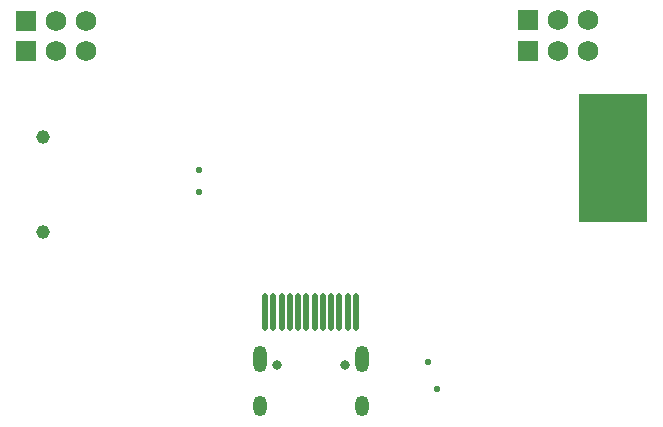
<source format=gbs>
G04*
G04 #@! TF.GenerationSoftware,Altium Limited,Altium Designer,21.9.2 (33)*
G04*
G04 Layer_Color=16711935*
%FSLAX25Y25*%
%MOIN*%
G70*
G04*
G04 #@! TF.SameCoordinates,F625CF21-14F9-4619-B10E-FD0BC141F2AC*
G04*
G04*
G04 #@! TF.FilePolarity,Negative*
G04*
G01*
G75*
%ADD38R,0.22500X0.42500*%
%ADD59C,0.03159*%
%ADD60O,0.04537X0.06899*%
%ADD61O,0.04537X0.08868*%
%ADD62C,0.06800*%
%ADD63R,0.06800X0.06800*%
%ADD64C,0.02200*%
%ADD65C,0.04537*%
G04:AMPARAMS|DCode=77|XSize=21.75mil|YSize=124.11mil|CornerRadius=6.94mil|HoleSize=0mil|Usage=FLASHONLY|Rotation=0.000|XOffset=0mil|YOffset=0mil|HoleType=Round|Shape=RoundedRectangle|*
%AMROUNDEDRECTD77*
21,1,0.02175,0.11024,0,0,0.0*
21,1,0.00787,0.12411,0,0,0.0*
1,1,0.01387,0.00394,-0.05512*
1,1,0.01387,-0.00394,-0.05512*
1,1,0.01387,-0.00394,0.05512*
1,1,0.01387,0.00394,0.05512*
%
%ADD77ROUNDEDRECTD77*%
D38*
X118250Y-34250D02*
D03*
D59*
X6122Y-103142D02*
D03*
X28878D02*
D03*
D60*
X34528Y-116921D02*
D03*
X472D02*
D03*
D61*
X34528Y-101173D02*
D03*
X472D02*
D03*
D62*
X110000Y12000D02*
D03*
X100000D02*
D03*
X-67500Y1500D02*
D03*
X-57500D02*
D03*
X-67500Y11500D02*
D03*
X-57500D02*
D03*
X100000Y1500D02*
D03*
X110000D02*
D03*
D63*
X90000Y12000D02*
D03*
X-77500Y1500D02*
D03*
Y11500D02*
D03*
X90000Y1500D02*
D03*
D64*
X56500Y-102000D02*
D03*
X59500Y-111000D02*
D03*
X-19939Y-38008D02*
D03*
X-19965Y-45500D02*
D03*
D65*
X-71839Y-27260D02*
D03*
Y-58677D02*
D03*
D77*
X32500Y-85500D02*
D03*
X24232D02*
D03*
X21476D02*
D03*
X13209D02*
D03*
X15965D02*
D03*
X4941D02*
D03*
X7697D02*
D03*
X26988D02*
D03*
X18721D02*
D03*
X10453D02*
D03*
X2185D02*
D03*
X29744D02*
D03*
M02*

</source>
